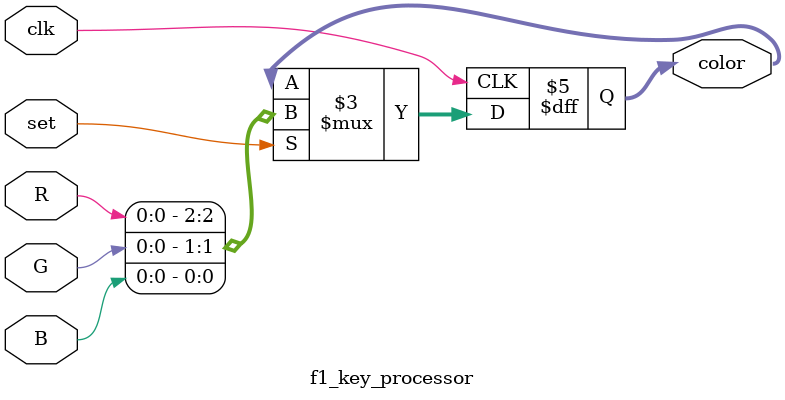
<source format=v>
module f1_key_processor (input wire R,
input wire G,
input wire B,
input wire set,
input wire clk,
output reg [2:0] color
);


// key processor and display processor

initial begin
	color = 3'b000;
end

always @(posedge clk)
begin
	if (set)
	begin
		color <= {R,G,B};
	end
end

endmodule

</source>
